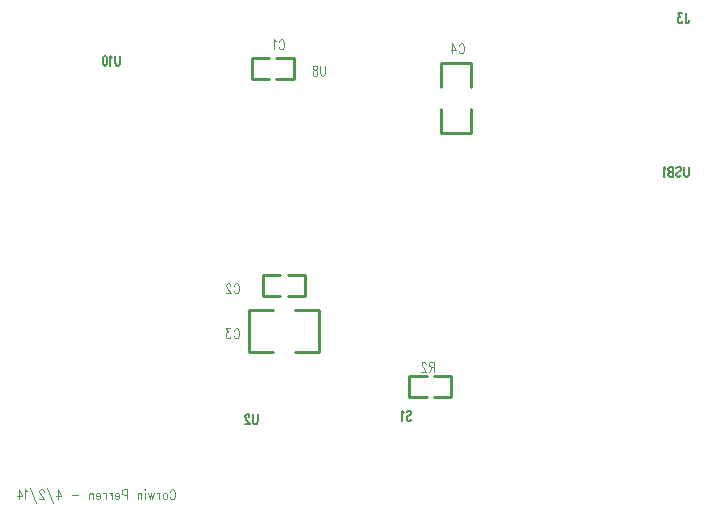
<source format=gbo>
*
*
G04 PADS 9.3.1 Build Number: 456998 generated Gerber (RS-274-X) file*
G04 PC Version=2.1*
*
%IN "ShuttleBoxBehavior.pcb"*%
*
%MOIN*%
*
%FSLAX35Y35*%
*
*
*
*
G04 PC Standard Apertures*
*
*
G04 Thermal Relief Aperture macro.*
%AMTER*
1,1,$1,0,0*
1,0,$1-$2,0,0*
21,0,$3,$4,0,0,45*
21,0,$3,$4,0,0,135*
%
*
*
G04 Annular Aperture macro.*
%AMANN*
1,1,$1,0,0*
1,0,$2,0,0*
%
*
*
G04 Odd Aperture macro.*
%AMODD*
1,1,$1,0,0*
1,0,$1-0.005,0,0*
%
*
*
G04 PC Custom Aperture Macros*
*
*
*
*
*
*
G04 PC Aperture Table*
*
%ADD010C,0.001*%
%ADD011C,0.01*%
%ADD012C,0.005*%
*
*
*
*
G04 PC Circuitry*
G04 Layer Name ShuttleBoxBehavior.pcb - circuitry*
%LPD*%
*
*
G04 PC Custom Flashes*
G04 Layer Name ShuttleBoxBehavior.pcb - flashes*
%LPD*%
*
*
G04 PC Circuitry*
G04 Layer Name ShuttleBoxBehavior.pcb - circuitry*
%LPD*%
*
G54D10*
G01X260000Y50781D02*
Y47500D01*
Y50781D02*
X258977D01*
X258636Y50625*
X258523Y50469*
X258409Y50156*
Y49844*
X258523Y49531*
X258636Y49375*
X258977Y49219*
X260000*
X259205D02*
X258409Y47500D01*
X257273Y50000D02*
Y50156D01*
X257159Y50469*
X257045Y50625*
X256818Y50781*
X256364*
X256136Y50625*
X256023Y50469*
X255909Y50156*
Y49844*
X256023Y49531*
X256250Y49063*
X256250D02*
X257386Y47500D01*
X255795*
X208295Y157500D02*
X208409Y157813D01*
X208409D02*
X208636Y158125D01*
X208864Y158281*
X209318*
X209545Y158125*
X209773Y157813*
X209773D02*
X209886Y157500D01*
X210000Y157031*
Y156250*
X209886Y155781*
X209773Y155469*
X209545Y155156*
X209318Y155000*
X208864*
X208636Y155156*
X208409Y155469*
X208295Y155781*
X207273Y157656D02*
X207045Y157813D01*
X207045D02*
X206705Y158281D01*
Y155000*
X223750Y149531D02*
Y147188D01*
X223750D02*
X223636Y146719D01*
X223409Y146406*
X223068Y146250*
X222841*
X222500Y146406*
X222273Y146719*
X222159Y147188*
X222159D02*
Y149531D01*
X220568D02*
X220909Y149375D01*
X221023Y149063*
X221023D02*
Y148750D01*
X220909Y148438*
X220909D02*
X220682Y148281D01*
X220227Y148125*
X219886Y147969*
X219659Y147656*
X219545Y147344*
Y146875*
X219659Y146563*
X219659D02*
X219773Y146406D01*
X220114Y146250*
X220568*
X220909Y146406*
X221023Y146563*
X221023D02*
X221136Y146875D01*
Y147344*
X221023Y147656*
X220795Y147969*
X220455Y148125*
X220000Y148281*
X219773Y148438*
X219773D02*
X219659Y148750D01*
Y149063*
X219659D02*
X219773Y149375D01*
X220114Y149531*
X220568*
X193295Y76250D02*
X193409Y76563D01*
X193636Y76875*
X193864Y77031*
X194318*
X194545Y76875*
X194773Y76563*
X194886Y76250*
X195000Y75781*
Y75000*
X194886Y74531*
X194773Y74219*
X194545Y73906*
X194318Y73750*
X193864*
X193636Y73906*
X193409Y74219*
X193295Y74531*
X192159Y76250D02*
Y76406D01*
X192045Y76719*
X191932Y76875*
X191705Y77031*
X191250*
X191023Y76875*
X190909Y76719*
X190795Y76406*
Y76094*
X190909Y75781*
X191136Y75313*
X192273Y73750*
X190682*
X268295Y156250D02*
X268409Y156563D01*
X268409D02*
X268636Y156875D01*
X268864Y157031*
X269318*
X269545Y156875*
X269773Y156563*
X269773D02*
X269886Y156250D01*
X270000Y155781*
Y155000*
X269886Y154531*
X269773Y154219*
X269545Y153906*
X269318Y153750*
X268864*
X268636Y153906*
X268409Y154219*
X268295Y154531*
X266136Y157031D02*
X267273Y154844D01*
X265568*
X266136Y157031D02*
Y153750D01*
X193295Y61250D02*
X193409Y61563D01*
X193636Y61875*
X193864Y62031*
X194318*
X194545Y61875*
X194773Y61563*
X194886Y61250*
X195000Y60781*
Y60000*
X194886Y59531*
X194773Y59219*
X194545Y58906*
X194318Y58750*
X193864*
X193636Y58906*
X193409Y59219*
X193295Y59531*
X192045Y62031D02*
X190795D01*
X191477Y60781*
X191136*
X190909Y60625*
X190795Y60469*
X190682Y60000*
Y59688*
X190795Y59219*
X191023Y58906*
X191364Y58750*
X191705*
X192045Y58906*
X192159Y59063*
X192273Y59375*
X172045Y7500D02*
X172159Y7813D01*
X172159D02*
X172386Y8125D01*
X172614Y8281*
X173068*
X173295Y8125*
X173523Y7813*
X173523D02*
X173636Y7500D01*
X173750Y7031*
Y6250*
X173636Y5781*
X173523Y5469*
X173295Y5156*
X173068Y5000*
X172614*
X172386Y5156*
X172159Y5469*
X172045Y5781*
X170455Y7188D02*
X170682Y7031D01*
X170909Y6719*
X171023Y6250*
Y5938*
X171023D02*
X170909Y5469D01*
X170682Y5156*
X170455Y5000*
X170114*
X169886Y5156*
X169659Y5469*
X169545Y5938*
X169545D02*
Y6250D01*
X169659Y6719*
X169886Y7031*
X170114Y7188*
X170114D02*
X170455D01*
X168523D02*
Y5000D01*
Y6250D02*
X168409Y6719D01*
X168182Y7031*
X167955Y7188*
X167955D02*
X167614D01*
X166591D02*
X166136Y5000D01*
X165682Y7188D02*
X166136Y5000D01*
X165682Y7188D02*
X165227Y5000D01*
X164773Y7188D02*
X165227Y5000D01*
X163750Y8281D02*
X163636Y8125D01*
X163523Y8281*
X163636Y8438*
X163636D02*
X163750Y8281D01*
X163636Y7188D02*
Y5000D01*
X162500Y7188D02*
Y5000D01*
Y6563D02*
X162159Y7031D01*
X161932Y7188*
X161932D02*
X161591D01*
X161591D02*
X161364Y7031D01*
X161250Y6563*
X161250D02*
Y5000D01*
X157614Y8281D02*
Y5000D01*
Y8281D02*
X156591D01*
X156250Y8125*
X156136Y7969*
X156023Y7656*
Y7188*
X156023D02*
X156136Y6875D01*
X156250Y6719*
X156591Y6563*
X156591D02*
X157614D01*
X155000Y6250D02*
X153636D01*
Y6563*
X153636D02*
X153750Y6875D01*
X153864Y7031*
X154091Y7188*
X154091D02*
X154432D01*
X154432D02*
X154659Y7031D01*
X154886Y6719*
X155000Y6250*
Y5938*
X155000D02*
X154886Y5469D01*
X154659Y5156*
X154432Y5000*
X154091*
X153864Y5156*
X153636Y5469*
X152614Y7188D02*
Y5000D01*
Y6250D02*
X152500Y6719D01*
X152273Y7031*
X152045Y7188*
X152045D02*
X151705D01*
X150682D02*
Y5000D01*
Y6250D02*
X150568Y6719D01*
X150341Y7031*
X150114Y7188*
X150114D02*
X149773D01*
X148750Y6250D02*
X147386D01*
Y6563*
X147386D02*
X147500Y6875D01*
X147614Y7031*
X147841Y7188*
X147841D02*
X148182D01*
X148182D02*
X148409Y7031D01*
X148636Y6719*
X148750Y6250*
Y5938*
X148750D02*
X148636Y5469D01*
X148409Y5156*
X148182Y5000*
X147841*
X147614Y5156*
X147386Y5469*
X146364Y7188D02*
Y5000D01*
Y6563D02*
X146023Y7031D01*
X145795Y7188*
X145795D02*
X145455D01*
X145455D02*
X145227Y7031D01*
X145114Y6563*
X145114D02*
Y5000D01*
X141477Y6406D02*
X139432D01*
X134659Y8281D02*
X135795Y6094D01*
X134091*
X134659Y8281D02*
Y5000D01*
X131023Y8906D02*
X133068Y3906D01*
X129886Y7500D02*
Y7656D01*
X129773Y7969*
X129659Y8125*
X129432Y8281*
X128977*
X128750Y8125*
X128636Y7969*
X128523Y7656*
Y7344*
X128636Y7031*
X128864Y6563*
X128864D02*
X130000Y5000D01*
X128409*
X125341Y8906D02*
X127386Y3906D01*
X124318Y7656D02*
X124091Y7813D01*
X124091D02*
X123750Y8281D01*
Y5000*
X121591Y8281D02*
X122727Y6094D01*
X121023*
X121591Y8281D02*
Y5000D01*
G54D11*
X259950Y46000D02*
X265750D01*
Y39000*
X259950*
X257550Y46000D02*
X251750D01*
Y39000*
X257550*
X207450Y152250D02*
X213250D01*
Y145250*
X207450*
X205050Y152250D02*
X199250D01*
Y145250*
X205050*
X208800Y72750D02*
X203000D01*
Y79750*
X208800*
X211200Y72750D02*
X217000D01*
Y79750*
X211200*
X262500Y142500D02*
Y150550D01*
X272500*
Y142500*
X262500Y135000D02*
Y126950D01*
X272500*
Y135000*
X206250Y54250D02*
X198200D01*
Y68250*
X206250*
X213750Y54250D02*
X221800D01*
Y68250*
X213750*
G54D12*
X201250Y33281D02*
Y30938D01*
X201250D02*
X201136Y30469D01*
X200909Y30156*
X200568Y30000*
X200341*
X200000Y30156*
X199773Y30469*
X199659Y30938*
X199659D02*
Y33281D01*
X198523Y32500D02*
Y32656D01*
X198409Y32969*
X198295Y33125*
X198068Y33281*
X197614*
X197386Y33125*
X197273Y32969*
X197159Y32656*
Y32344*
X197273Y32031*
X197500Y31563*
X197500D02*
X198636Y30000D01*
X197045*
X250909Y34063D02*
X251136Y34375D01*
X251477Y34531*
X251932*
X252273Y34375*
X252500Y34063*
X252500D02*
Y33750D01*
X252386Y33438*
X252386D02*
X252273Y33281D01*
X252045Y33125*
X251364Y32813*
X251364D02*
X251136Y32656D01*
X251023Y32500*
X250909Y32188*
X250909D02*
Y31719D01*
X251136Y31406*
X251477Y31250*
X251932*
X252273Y31406*
X252500Y31719*
X249886Y33906D02*
X249659Y34063D01*
X249659D02*
X249318Y34531D01*
Y31250*
X345000Y115781D02*
Y113437D01*
X345000D02*
X344886Y112969D01*
X344659Y112656*
X344318Y112500*
X344091*
X343750Y112656*
X343523Y112969*
X343409Y113437*
X343409D02*
Y115781D01*
X340795Y115312D02*
X341023Y115625D01*
X341364Y115781*
X341818*
X342159Y115625*
X342386Y115312*
X342386D02*
Y115000D01*
X342273Y114687*
X342273D02*
X342159Y114531D01*
X341932Y114375*
X341250Y114062*
X341250D02*
X341023Y113906D01*
X340909Y113750*
X340795Y113437*
X340795D02*
Y112969D01*
X341023Y112656*
X341364Y112500*
X341818*
X342159Y112656*
X342386Y112969*
X339773Y115781D02*
Y112500D01*
Y115781D02*
X338750D01*
X338409Y115625*
X338295Y115469*
X338182Y115156*
Y114844*
X338295Y114531*
X338409Y114375*
X338750Y114219*
X339773D02*
X338750D01*
X338409Y114062*
X338409D02*
X338295Y113906D01*
X338182Y113594*
Y113125*
X338295Y112812*
X338295D02*
X338409Y112656D01*
X338750Y112500*
X339773*
X337159Y115156D02*
X336932Y115312D01*
X336932D02*
X336591Y115781D01*
Y112500*
X343864Y167031D02*
Y164531D01*
X343977Y164062*
X343977D02*
X344091Y163906D01*
X344318Y163750*
X344545*
X344773Y163906*
X344886Y164062*
X344886D02*
X345000Y164531D01*
Y164844*
X342614Y167031D02*
X341364D01*
X342045Y165781*
X341705*
X341477Y165625*
X341364Y165469*
X341250Y165000*
Y164687*
X341250D02*
X341364Y164219D01*
X341591Y163906*
X341932Y163750*
X342273*
X342614Y163906*
X342727Y164062*
X342727D02*
X342841Y164375D01*
X155344Y152779D02*
Y150436D01*
X155231Y149967*
X155004Y149654*
X154663Y149498*
X154435*
X154094Y149654*
X153867Y149967*
X153754Y150436*
Y152779*
X152731Y152154D02*
X152504Y152311D01*
X152163Y152779*
Y149498*
X150458Y152779D02*
X150799Y152623D01*
X151026Y152154*
X151140Y151373*
Y150904*
X151026Y150123*
X150799Y149654*
X150458Y149498*
X150231*
X149890Y149654*
X149663Y150123*
X149549Y150904*
Y151373*
X149663Y152154*
X149890Y152623*
X150231Y152779*
X150458*
X0Y0D02*
M02*

</source>
